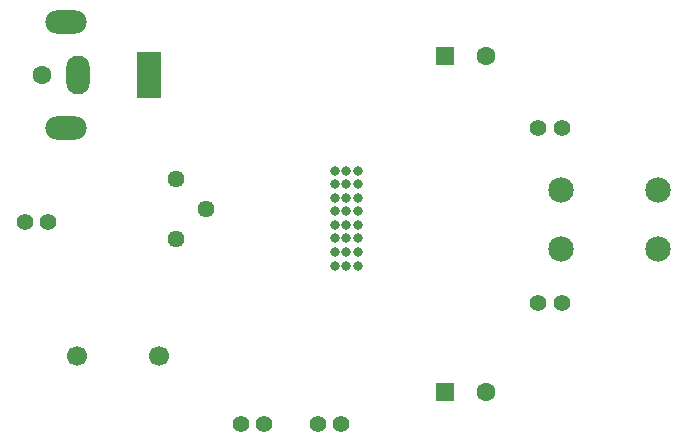
<source format=gbr>
%TF.GenerationSoftware,KiCad,Pcbnew,8.0.6*%
%TF.CreationDate,2024-10-24T21:34:22-07:00*%
%TF.ProjectId,PedalSynth,50656461-6c53-4796-9e74-682e6b696361,r1.0*%
%TF.SameCoordinates,Original*%
%TF.FileFunction,Soldermask,Bot*%
%TF.FilePolarity,Negative*%
%FSLAX46Y46*%
G04 Gerber Fmt 4.6, Leading zero omitted, Abs format (unit mm)*
G04 Created by KiCad (PCBNEW 8.0.6) date 2024-10-24 21:34:22*
%MOMM*%
%LPD*%
G01*
G04 APERTURE LIST*
%ADD10C,1.400000*%
%ADD11R,1.600000X1.600000*%
%ADD12C,1.600000*%
%ADD13C,0.800000*%
%ADD14R,2.000000X4.000000*%
%ADD15O,2.000000X3.300000*%
%ADD16O,3.500000X2.000000*%
%ADD17C,1.440000*%
%ADD18C,2.154000*%
%ADD19C,1.700000*%
G04 APERTURE END LIST*
D10*
%TO.C,TPSP2*%
X169275000Y-86825000D03*
X171275000Y-86825000D03*
%TD*%
D11*
%TO.C,C1*%
X161350000Y-65900000D03*
D12*
X164850000Y-65900000D03*
%TD*%
D10*
%TO.C,RING1*%
X144100000Y-97050000D03*
X146100000Y-97050000D03*
%TD*%
D13*
%TO.C,U1*%
X152050000Y-75575000D03*
X152050000Y-76725000D03*
X152050000Y-77875000D03*
X152050000Y-79025000D03*
X152050000Y-80175000D03*
X152050000Y-81325000D03*
X152050000Y-82475000D03*
X152050000Y-83625000D03*
X153050000Y-75575000D03*
X153050000Y-76725000D03*
X153050000Y-77875000D03*
X153050000Y-79025000D03*
X153050000Y-80175000D03*
X153050000Y-81325000D03*
X153050000Y-82475000D03*
X153050000Y-83625000D03*
X154050000Y-75575000D03*
X154050000Y-76725000D03*
X154050000Y-77875000D03*
X154050000Y-79025000D03*
X154050000Y-80175000D03*
X154050000Y-81325000D03*
X154050000Y-82475000D03*
X154050000Y-83625000D03*
%TD*%
D12*
%TO.C,J3*%
X127300000Y-67500000D03*
D14*
X136300000Y-67500000D03*
D15*
X130300000Y-67500000D03*
D16*
X129300000Y-63000000D03*
X129300000Y-72000000D03*
%TD*%
D17*
%TO.C,RV1*%
X138615000Y-81340000D03*
X141155000Y-78800000D03*
X138615000Y-76260000D03*
%TD*%
D18*
%TO.C,J2*%
X171200000Y-82200000D03*
X179400000Y-82200000D03*
X171200000Y-77200000D03*
X179400000Y-77200000D03*
%TD*%
D11*
%TO.C,C2*%
X161350000Y-94300000D03*
D12*
X164850000Y-94300000D03*
%TD*%
D10*
%TO.C,GND1*%
X125800000Y-79900000D03*
X127800000Y-79900000D03*
%TD*%
%TO.C,SLEEVE1*%
X150600000Y-97050000D03*
X152600000Y-97050000D03*
%TD*%
D19*
%TO.C,J1*%
X130200000Y-91300000D03*
X137200000Y-91300000D03*
%TD*%
D10*
%TO.C,TPSP1*%
X169300000Y-72000000D03*
X171300000Y-72000000D03*
%TD*%
M02*

</source>
